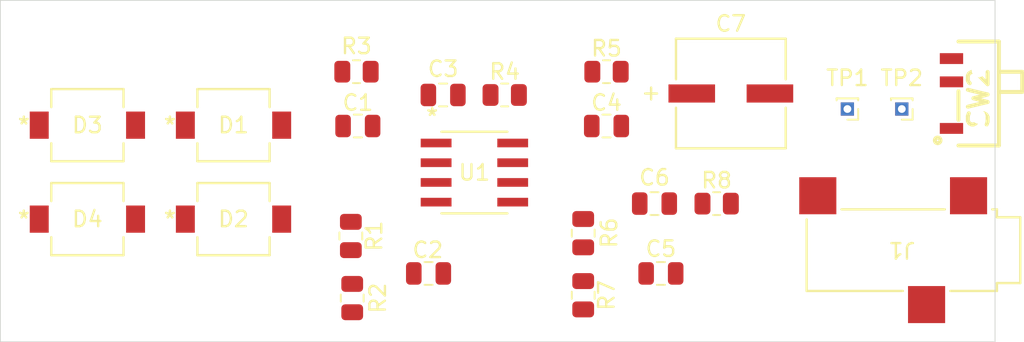
<source format=kicad_pcb>
(kicad_pcb (version 20241229) (generator "pcbnew") (generator_version "9.0")
  (layers (0 "F.Cu" signal) (2 "B.Cu" signal) (13 "F.Paste" user) (15 "B.Paste" user) (5 "F.SilkS" user "F.Silkscreen") (7 "B.SilkS" user "B.Silkscreen") (1 "F.Mask" user) (3 "B.Mask" user) (25 "Edge.Cuts" user))
  (net 0 "")
  (net 1 "Net-(U1--IN2)")
  (net 2 "/input_signal")
  (net 3 "GND")
  (net 4 "Net-(U1-+IN1)")
  (net 5 "Net-(C3-Pad2)")
  (net 6 "Net-(U1-OUT1)")
  (net 7 "Net-(U1-OUT2)")
  (net 8 "/output_signal")
  (net 9 "Net-(U1-+IN2)")
  (net 10 "VCC")
  (net 11 "Net-(SW2-A)")
  (footprint "footprints:LED_VBPW34S_VIS" (layer "F.Cu") (at 80 76.0404)
    (property "Reference" "D1" (at 0 0 0) (layer "F.SilkS"))
    (property "Value" "BPW34-SMD" (hide yes))
    (fp_line (start -2.3241 -2.3241) (end -2.3241 -1.165191) (stroke (width 0.1524)) (layer "F.SilkS"))
    (fp_line (start -2.3241 1.165191) (end -2.3241 2.3241) (stroke (width 0.1524)) (layer "F.SilkS"))
    (fp_line (start -2.3241 2.3241) (end 2.3241 2.3241) (stroke (width 0.1524)) (layer "F.SilkS"))
    (fp_line (start 2.3241 -2.3241) (end -2.3241 -2.3241) (stroke (width 0.1524)) (layer "F.SilkS"))
    (fp_line (start 2.3241 -1.165191) (end 2.3241 -2.3241) (stroke (width 0.1524)) (layer "F.SilkS"))
    (fp_line (start 2.3241 2.3241) (end 2.3241 1.165191) (stroke (width 0.1524)) (layer "F.SilkS"))
    (fp_text user "*" (at -4.0894 0 0) (layer "F.SilkS"))
    (fp_text user "*" (at -4.0894 0 0) (layer "F.SilkS"))
    (pad "1" smd rect (at -3.0988 0) (size 1.2192 1.7526) (layers "F.Cu" "F.Mask" "F.Paste") (net 2 "/input_signal"))
    (pad "2" smd rect (at 3.0988 0) (size 1.2192 1.7526) (layers "F.Cu" "F.Mask" "F.Paste") (net 3 "GND"))
  )
  (footprint "footprints:R_8_ADI" (layer "F.Cu") (at 95.5 79.095)
    (property "Reference" "U1" (at 0 0 0) (layer "F.SilkS"))
    (property "Value" "AD8092ARZ-REEL7" (hide yes))
    (fp_line (start -2.1209 2.6289) (end 2.1209 2.6289) (stroke (width 0.1524)) (layer "F.SilkS"))
    (fp_line (start 2.1209 -2.6289) (end -2.1209 -2.6289) (stroke (width 0.1524)) (layer "F.SilkS"))
    (fp_text user "*" (at -2.7178 -3.6068 0) (layer "F.SilkS"))
    (fp_text user "*" (at -2.7178 -3.6068 0) (layer "F.SilkS"))
    (pad "1" smd rect (at -2.4638 -1.905) (size 1.9812 0.5588) (layers "F.Cu" "F.Mask" "F.Paste") (net 6 "Net-(U1-OUT1)"))
    (pad "2" smd rect (at -2.4638 -0.635) (size 1.9812 0.5588) (layers "F.Cu" "F.Mask" "F.Paste") (net 2 "/input_signal"))
    (pad "3" smd rect (at -2.4638 0.635) (size 1.9812 0.5588) (layers "F.Cu" "F.Mask" "F.Paste") (net 4 "Net-(U1-+IN1)"))
    (pad "4" smd rect (at -2.4638 1.905) (size 1.9812 0.5588) (layers "F.Cu" "F.Mask" "F.Paste") (net 3 "GND"))
    (pad "5" smd rect (at 2.4638 1.905) (size 1.9812 0.5588) (layers "F.Cu" "F.Mask" "F.Paste") (net 9 "Net-(U1-+IN2)"))
    (pad "6" smd rect (at 2.4638 0.635) (size 1.9812 0.5588) (layers "F.Cu" "F.Mask" "F.Paste") (net 1 "Net-(U1--IN2)"))
    (pad "7" smd rect (at 2.4638 -0.635) (size 1.9812 0.5588) (layers "F.Cu" "F.Mask" "F.Paste") (net 7 "Net-(U1-OUT2)"))
    (pad "8" smd rect (at 2.4638 -1.905) (size 1.9812 0.5588) (layers "F.Cu" "F.Mask" "F.Paste") (net 10 "VCC"))
  )
  (footprint "Resistor_SMD:R_0805_2012Metric" (layer "F.Cu") (at 87.6375 87.1825 -90)
    (property "Reference" "R2" (at 0 -1.65 90) (layer "F.SilkS"))
    (property "Value" "15k" (hide yes))
    (fp_line (start -0.227064 0.735) (end 0.227064 0.735) (stroke (width 0.12)) (layer "F.SilkS"))
    (fp_line (start -0.227064 -0.735) (end 0.227064 -0.735) (stroke (width 0.12)) (layer "F.SilkS"))
    (pad "1" smd roundrect (at -0.9125 0 270) (size 1.025 1.4) (layers "F.Cu" "F.Mask" "F.Paste") (roundrect_rratio 0.243902) (net 4 "Net-(U1-+IN1)"))
    (pad "2" smd roundrect (at 0.9125 0 270) (size 1.025 1.4) (layers "F.Cu" "F.Mask" "F.Paste") (roundrect_rratio 0.243902) (net 3 "GND"))
  )
  (footprint "footprints:CONN_SJ-2523-SMT-TR_CUD" (layer "F.Cu") (at 123 84.095 180)
    (property "Reference" "J1" (at 0 0 180) (layer "F.SilkS"))
    (property "Value" "Conn_01x02" (hide yes))
    (fp_line (start 6.1214 -2.6289) (end 6.1214 1.979663) (stroke (width 0.1524)) (layer "F.SilkS"))
    (fp_line (start 3.879069 2.6289) (end -2.767854 2.6289) (stroke (width 0.1524)) (layer "F.SilkS"))
    (fp_line (start -0.06786 -2.6289) (end 6.1214 -2.6289) (stroke (width 0.1524)) (layer "F.SilkS"))
    (fp_line (start -5.820934 2.6289) (end -6.1214 2.6289) (stroke (width 0.1524)) (layer "F.SilkS"))
    (fp_line (start -6.1214 2.6289) (end -6.1214 2.1209) (stroke (width 0.1524)) (layer "F.SilkS"))
    (fp_line (start -6.1214 2.1209) (end -7.62 2.1209) (stroke (width 0.1524)) (layer "F.SilkS"))
    (fp_line (start -6.1214 -2.1209) (end -6.1214 -2.6289) (stroke (width 0.1524)) (layer "F.SilkS"))
    (fp_line (start -6.1214 -2.6289) (end -3.12094 -2.6289) (stroke (width 0.1524)) (layer "F.SilkS"))
    (fp_line (start -7.62 2.1209) (end -7.62 -2.1209) (stroke (width 0.1524)) (layer "F.SilkS"))
    (fp_line (start -7.62 -2.1209) (end -6.1214 -2.1209) (stroke (width 0.1524)) (layer "F.SilkS"))
    (pad "" np_thru_hole circle (at -2.994401 0 180) (size 0.9906 0.9906) (drill 0.9906) (layers "*.Cu" "*.Mask"))
    (pad "" np_thru_hole circle (at 3.0056 0 180) (size 0.9906 0.9906) (drill 0.9906) (layers "*.Cu" "*.Mask"))
    (pad "1" smd rect (at -4.294394 3.506203 180) (size 2.3876 2.3876) (layers "F.Cu" "F.Mask" "F.Paste") (net 8 "/output_signal"))
    (pad "2" smd rect (at 5.405609 3.506203 180) (size 2.3876 2.3876) (layers "F.Cu" "F.Mask" "F.Paste") (net 3 "GND"))
    (pad "3" smd rect (at -1.5944 -3.506191 180) (size 2.3876 2.3876) (layers "F.Cu" "F.Mask" "F.Paste"))
  )
  (footprint "Resistor_SMD:R_0805_2012Metric" (layer "F.Cu") (at 102.5 83 -90)
    (property "Reference" "R6" (at -0.02 -1.67 90) (layer "F.SilkS"))
    (property "Value" "10k" (hide yes))
    (fp_line (start -0.227064 0.735) (end 0.227064 0.735) (stroke (width 0.12)) (layer "F.SilkS"))
    (fp_line (start -0.227064 -0.735) (end 0.227064 -0.735) (stroke (width 0.12)) (layer "F.SilkS"))
    (pad "1" smd roundrect (at -0.9125 0 270) (size 1.025 1.4) (layers "F.Cu" "F.Mask" "F.Paste") (roundrect_rratio 0.243902) (net 10 "VCC"))
    (pad "2" smd roundrect (at 0.9125 0 270) (size 1.025 1.4) (layers "F.Cu" "F.Mask" "F.Paste") (roundrect_rratio 0.243902) (net 9 "Net-(U1-+IN2)"))
  )
  (footprint "footprints:PCAP_EEHZ_D_PAN" (layer "F.Cu") (at 112 74)
    (property "Reference" "C7" (at 0 -4.5 0) (layer "F.SilkS"))
    (property "Value" "47mikro" (hide yes))
    (fp_line (start -5.1308 -0.381) (end -5.1308 0.381) (stroke (width 0.1524)) (layer "F.SilkS"))
    (fp_line (start -4.7498 0) (end -5.5118 0) (stroke (width 0.1524)) (layer "F.SilkS"))
    (fp_line (start -3.5306 -3.5306) (end -3.5306 -0.91694) (stroke (width 0.1524)) (layer "F.SilkS"))
    (fp_line (start -3.5306 0.91694) (end -3.5306 3.5306) (stroke (width 0.1524)) (layer "F.SilkS"))
    (fp_line (start -3.5306 3.5306) (end 3.5306 3.5306) (stroke (width 0.1524)) (layer "F.SilkS"))
    (fp_line (start 3.5306 -3.5306) (end -3.5306 -3.5306) (stroke (width 0.1524)) (layer "F.SilkS"))
    (fp_line (start 3.5306 -0.91694) (end 3.5306 -3.5306) (stroke (width 0.1524)) (layer "F.SilkS"))
    (fp_line (start 3.5306 3.5306) (end 3.5306 0.91694) (stroke (width 0.1524)) (layer "F.SilkS"))
    (pad "1" smd rect (at -2.5146 0) (size 2.9972 1.1684) (layers "F.Cu" "F.Mask" "F.Paste") (net 10 "VCC"))
    (pad "2" smd rect (at 2.5146 0) (size 2.9972 1.1684) (layers "F.Cu" "F.Mask" "F.Paste") (net 10 "VCC"))
  )
  (footprint "Capacitor_SMD:C_0805_2012Metric" (layer "F.Cu") (at 107.5 85.595 180)
    (property "Reference" "C5" (at 0 1.5875 0) (layer "F.SilkS"))
    (property "Value" "100n" (hide yes))
    (fp_line (start -0.261252 0.735) (end 0.261252 0.735) (stroke (width 0.12)) (layer "F.SilkS"))
    (fp_line (start -0.261252 -0.735) (end 0.261252 -0.735) (stroke (width 0.12)) (layer "F.SilkS"))
    (pad "1" smd roundrect (at -0.95 0 180) (size 1 1.45) (layers "F.Cu" "F.Mask" "F.Paste") (net 3 "GND"))
    (pad "2" smd roundrect (at 0.95 0 180) (size 1 1.45) (layers "F.Cu" "F.Mask" "F.Paste") (net 9 "Net-(U1-+IN2)"))
  )
  (footprint "Capacitor_SMD:C_0805_2012Metric" (layer "F.Cu") (at 88 76.095)
    (property "Reference" "C1" (at 0 -1.5 0) (layer "F.SilkS"))
    (property "Value" "5p" (hide yes))
    (fp_line (start -0.261252 -0.735) (end 0.261252 -0.735) (stroke (width 0.12)) (layer "F.SilkS"))
    (fp_line (start -0.261252 0.735) (end 0.261252 0.735) (stroke (width 0.12)) (layer "F.SilkS"))
    (pad "1" smd roundrect (at -0.95 0) (size 1 1.45) (layers "F.Cu" "F.Mask" "F.Paste") (net 2 "/input_signal"))
    (pad "2" smd roundrect (at 0.95 0) (size 1 1.45) (layers "F.Cu" "F.Mask" "F.Paste") (net 6 "Net-(U1-OUT1)"))
  )
  (footprint "footprints:LED_VBPW34S_VIS" (layer "F.Cu") (at 70.5988 82.095)
    (property "Reference" "D4" (at 0 0 0) (layer "F.SilkS"))
    (property "Value" "BPW34-SMD" (hide yes))
    (fp_line (start -2.3241 -2.3241) (end -2.3241 -1.165191) (stroke (width 0.1524)) (layer "F.SilkS"))
    (fp_line (start -2.3241 1.165191) (end -2.3241 2.3241) (stroke (width 0.1524)) (layer "F.SilkS"))
    (fp_line (start -2.3241 2.3241) (end 2.3241 2.3241) (stroke (width 0.1524)) (layer "F.SilkS"))
    (fp_line (start 2.3241 -2.3241) (end -2.3241 -2.3241) (stroke (width 0.1524)) (layer "F.SilkS"))
    (fp_line (start 2.3241 -1.165191) (end 2.3241 -2.3241) (stroke (width 0.1524)) (layer "F.SilkS"))
    (fp_line (start 2.3241 2.3241) (end 2.3241 1.165191) (stroke (width 0.1524)) (layer "F.SilkS"))
    (fp_text user "*" (at -4.0894 0 0) (layer "F.SilkS"))
    (fp_text user "*" (at -4.0894 0 0) (layer "F.SilkS"))
    (pad "1" smd rect (at -3.0988 0) (size 1.2192 1.7526) (layers "F.Cu" "F.Mask" "F.Paste") (net 2 "/input_signal"))
    (pad "2" smd rect (at 3.0988 0) (size 1.2192 1.7526) (layers "F.Cu" "F.Mask" "F.Paste") (net 3 "GND"))
  )
  (footprint "Capacitor_SMD:C_0805_2012Metric" (layer "F.Cu") (at 92.55 85.595)
    (property "Reference" "C2" (at -0.05 -1.51 0) (layer "F.SilkS"))
    (property "Value" "100n" (hide yes))
    (fp_line (start -0.261252 -0.735) (end 0.261252 -0.735) (stroke (width 0.12)) (layer "F.SilkS"))
    (fp_line (start -0.261252 0.735) (end 0.261252 0.735) (stroke (width 0.12)) (layer "F.SilkS"))
    (pad "1" smd roundrect (at -0.95 0) (size 1 1.45) (layers "F.Cu" "F.Mask" "F.Paste") (net 4 "Net-(U1-+IN1)"))
    (pad "2" smd roundrect (at 0.95 0) (size 1 1.45) (layers "F.Cu" "F.Mask" "F.Paste") (net 3 "GND"))
  )
  (footprint "footprints:SSSS810701" (layer "F.Cu") (at 126.196335 73.25 90)
    (property "Reference" "SW2" (at -1.05567 1.75 90) (layer "F.SilkS") (effects (font (size 1.27 1.27) (thickness 0.254))))
    (property "Value" "SW_SPST" (hide yes))
    (fp_line (start 2.6 0.45) (end 2.6 3.05) (stroke (width 0.254)) (layer "F.SilkS"))
    (fp_line (start -2.45367 0.45) (end -0.60467 0.45) (stroke (width 0.254)) (layer "F.SilkS"))
    (fp_line (start 2.6 3.05) (end -4.1 3.05) (stroke (width 0.254)) (layer "F.SilkS"))
    (fp_line (start -0.65 3.05) (end -0.65 4.55) (stroke (width 0.254)) (layer "F.SilkS"))
    (fp_line (start -4.1 3.05) (end -4.1 0.45) (stroke (width 0.254)) (layer "F.SilkS"))
    (fp_line (start 0.65 4.55) (end 0.65 3.05) (stroke (width 0.254)) (layer "F.SilkS"))
    (fp_line (start -0.65 4.55) (end 0.65 4.55) (stroke (width 0.254)) (layer "F.SilkS"))
    (fp_circle (center -3.77033 -0.88867) (end -3.77033 -0.83467) (stroke (width 0.254)) (fill no) (layer "F.SilkS"))
    (pad "" np_thru_hole circle (at -2.25 1.75 90) (size 0.9 0.9) (drill 0.9) (layers "*.Cu" "*.Mask"))
    (pad "" np_thru_hole circle (at 0.75 1.75 90) (size 0.9 0.9) (drill 0.9) (layers "*.Cu" "*.Mask"))
    (pad "1" smd rect (at -3 0 90) (size 0.7 1.5) (layers "F.Cu" "F.Mask" "F.Paste") (net 11 "Net-(SW2-A)"))
    (pad "2" smd rect (at 0 0 90) (size 0.7 1.5) (layers "F.Cu" "F.Mask" "F.Paste") (net 10 "VCC"))
    (pad "3" smd rect (at 1.5 0 90) (size 0.7 1.5) (layers "F.Cu" "F.Mask" "F.Paste"))
  )
  (footprint "Resistor_SMD:R_0805_2012Metric" (layer "F.Cu") (at 111.0875 81.095)
    (property "Reference" "R8" (at 0 -1.5 0) (layer "F.SilkS"))
    (property "Value" "2.2k" (hide yes))
    (fp_line (start -0.227064 -0.735) (end 0.227064 -0.735) (stroke (width 0.12)) (layer "F.SilkS"))
    (fp_line (start -0.227064 0.735) (end 0.227064 0.735) (stroke (width 0.12)) (layer "F.SilkS"))
    (pad "1" smd roundrect (at -0.9125 0) (size 1.025 1.4) (layers "F.Cu" "F.Mask" "F.Paste") (roundrect_rratio 0.243902) (net 8 "/output_signal"))
    (pad "2" smd roundrect (at 0.9125 0) (size 1.025 1.4) (layers "F.Cu" "F.Mask" "F.Paste") (roundrect_rratio 0.243902) (net 3 "GND"))
  )
  (footprint "Connector_PinHeader_1.00mm:PinHeader_1x01_P1.00mm_Vertical" (layer "F.Cu") (at 119.5 75 180)
    (property "Reference" "TP1" (at 0 2 0) (layer "F.SilkS"))
    (property "Value" "-" (hide yes))
    (fp_line (start 0.695 0.685) (end 0.695 0.56) (stroke (width 0.12)) (layer "F.SilkS"))
    (fp_line (start 0.608276 0.685) (end 0.695 0.685) (stroke (width 0.12)) (layer "F.SilkS"))
    (fp_line (start -0.695 0.685) (end 0.695 0.685) (stroke (width 0.12)) (layer "F.SilkS"))
    (fp_line (start -0.695 0.685) (end -0.608276 0.685) (stroke (width 0.12)) (layer "F.SilkS"))
    (fp_line (start -0.695 0.685) (end -0.695 0.56) (stroke (width 0.12)) (layer "F.SilkS"))
    (fp_line (start -0.695 0) (end -0.695 -0.685) (stroke (width 0.12)) (layer "F.SilkS"))
    (fp_line (start -0.695 -0.685) (end 0 -0.685) (stroke (width 0.12)) (layer "F.SilkS"))
    (pad "1" thru_hole rect (at 0 0 180) (size 0.85 0.85) (drill 0.5) (layers "*.Cu" "*.Mask") (net 3 "GND"))
  )
  (footprint "Connector_PinHeader_1.00mm:PinHeader_1x01_P1.00mm_Vertical" (layer "F.Cu") (at 123 75 180)
    (property "Reference" "TP2" (at 0 2 0) (layer "F.SilkS"))
    (property "Value" "+" (hide yes))
    (fp_line (start 0.695 0.685) (end 0.695 0.56) (stroke (width 0.12)) (layer "F.SilkS"))
    (fp_line (start 0.608276 0.685) (end 0.695 0.685) (stroke (width 0.12)) (layer "F.SilkS"))
    (fp_line (start -0.695 0.685) (end 0.695 0.685) (stroke (width 0.12)) (layer "F.SilkS"))
    (fp_line (start -0.695 0.685) (end -0.608276 0.685) (stroke (width 0.12)) (layer "F.SilkS"))
    (fp_line (start -0.695 0.685) (end -0.695 0.56) (stroke (width 0.12)) (layer "F.SilkS"))
    (fp_line (start -0.695 0) (end -0.695 -0.685) (stroke (width 0.12)) (layer "F.SilkS"))
    (fp_line (start -0.695 -0.685) (end 0 -0.685) (stroke (width 0.12)) (layer "F.SilkS"))
    (pad "1" thru_hole rect (at 0 0 180) (size 0.85 0.85) (drill 0.5) (layers "*.Cu" "*.Mask") (net 11 "Net-(SW2-A)"))
  )
  (footprint "footprints:LED_VBPW34S_VIS" (layer "F.Cu") (at 80 82.095)
    (property "Reference" "D2" (at 0 0 0) (layer "F.SilkS"))
    (property "Value" "BPW34-SMD" (hide yes))
    (fp_line (start -2.3241 -2.3241) (end -2.3241 -1.165191) (stroke (width 0.1524)) (layer "F.SilkS"))
    (fp_line (start -2.3241 1.165191) (end -2.3241 2.3241) (stroke (width 0.1524)) (layer "F.SilkS"))
    (fp_line (start -2.3241 2.3241) (end 2.3241 2.3241) (stroke (width 0.1524)) (layer "F.SilkS"))
    (fp_line (start 2.3241 -2.3241) (end -2.3241 -2.3241) (stroke (width 0.1524)) (layer "F.SilkS"))
    (fp_line (start 2.3241 -1.165191) (end 2.3241 -2.3241) (stroke (width 0.1524)) (layer "F.SilkS"))
    (fp_line (start 2.3241 2.3241) (end 2.3241 1.165191) (stroke (width 0.1524)) (layer "F.SilkS"))
    (fp_text user "*" (at -4.0894 0 0) (layer "F.SilkS"))
    (fp_text user "*" (at -4.0894 0 0) (layer "F.SilkS"))
    (pad "1" smd rect (at -3.0988 0) (size 1.2192 1.7526) (layers "F.Cu" "F.Mask" "F.Paste") (net 2 "/input_signal"))
    (pad "2" smd rect (at 3.0988 0) (size 1.2192 1.7526) (layers "F.Cu" "F.Mask" "F.Paste") (net 3 "GND"))
  )
  (footprint "Resistor_SMD:R_0805_2012Metric" (layer "F.Cu") (at 87.9125 72.595)
    (property "Reference" "R3" (at 0 -1.65 0) (layer "F.SilkS"))
    (property "Value" "100Mega" (hide yes))
    (fp_line (start -0.227064 -0.735) (end 0.227064 -0.735) (stroke (width 0.12)) (layer "F.SilkS"))
    (fp_line (start -0.227064 0.735) (end 0.227064 0.735) (stroke (width 0.12)) (layer "F.SilkS"))
    (pad "1" smd roundrect (at -0.9125 0) (size 1.025 1.4) (layers "F.Cu" "F.Mask" "F.Paste") (roundrect_rratio 0.243902) (net 2 "/input_signal"))
    (pad "2" smd roundrect (at 0.9125 0) (size 1.025 1.4) (layers "F.Cu" "F.Mask" "F.Paste") (roundrect_rratio 0.243902) (net 6 "Net-(U1-OUT1)"))
  )
  (footprint "Resistor_SMD:R_0805_2012Metric" (layer "F.Cu") (at 102.5 87 -90)
    (property "Reference" "R7" (at 0 -1.5 90) (layer "F.SilkS"))
    (property "Value" "10k" (hide yes))
    (fp_line (start -0.227064 0.735) (end 0.227064 0.735) (stroke (width 0.12)) (layer "F.SilkS"))
    (fp_line (start -0.227064 -0.735) (end 0.227064 -0.735) (stroke (width 0.12)) (layer "F.SilkS"))
    (pad "1" smd roundrect (at -0.9125 0 270) (size 1.025 1.4) (layers "F.Cu" "F.Mask" "F.Paste") (roundrect_rratio 0.243902) (net 9 "Net-(U1-+IN2)"))
    (pad "2" smd roundrect (at 0.9125 0 270) (size 1.025 1.4) (layers "F.Cu" "F.Mask" "F.Paste") (roundrect_rratio 0.243902) (net 3 "GND"))
  )
  (footprint "footprints:LED_VBPW34S_VIS" (layer "F.Cu") (at 70.5988 76.0404)
    (property "Reference" "D3" (at 0 0 0) (layer "F.SilkS"))
    (property "Value" "BPW34-SMD" (hide yes))
    (fp_line (start -2.3241 -2.3241) (end -2.3241 -1.165191) (stroke (width 0.1524)) (layer "F.SilkS"))
    (fp_line (start -2.3241 1.165191) (end -2.3241 2.3241) (stroke (width 0.1524)) (layer "F.SilkS"))
    (fp_line (start -2.3241 2.3241) (end 2.3241 2.3241) (stroke (width 0.1524)) (layer "F.SilkS"))
    (fp_line (start 2.3241 -2.3241) (end -2.3241 -2.3241) (stroke (width 0.1524)) (layer "F.SilkS"))
    (fp_line (start 2.3241 -1.165191) (end 2.3241 -2.3241) (stroke (width 0.1524)) (layer "F.SilkS"))
    (fp_line (start 2.3241 2.3241) (end 2.3241 1.165191) (stroke (width 0.1524)) (layer "F.SilkS"))
    (fp_text user "*" (at -4.0894 0 0) (layer "F.SilkS"))
    (fp_text user "*" (at -4.0894 0 0) (layer "F.SilkS"))
    (pad "1" smd rect (at -3.0988 0) (size 1.2192 1.7526) (layers "F.Cu" "F.Mask" "F.Paste") (net 2 "/input_signal"))
    (pad "2" smd rect (at 3.0988 0) (size 1.2192 1.7526) (layers "F.Cu" "F.Mask" "F.Paste") (net 3 "GND"))
  )
  (footprint "Capacitor_SMD:C_0805_2012Metric" (layer "F.Cu") (at 93.4875 74.095)
    (property "Reference" "C3" (at 0 -1.68 0) (layer "F.SilkS"))
    (property "Value" "100n" (hide yes))
    (fp_line (start -0.261252 -0.735) (end 0.261252 -0.735) (stroke (width 0.12)) (layer "F.SilkS"))
    (fp_line (start -0.261252 0.735) (end 0.261252 0.735) (stroke (width 0.12)) (layer "F.SilkS"))
    (pad "1" smd roundrect (at -0.95 0) (size 1 1.45) (layers "F.Cu" "F.Mask" "F.Paste") (net 6 "Net-(U1-OUT1)"))
    (pad "2" smd roundrect (at 0.95 0) (size 1 1.45) (layers "F.Cu" "F.Mask" "F.Paste") (net 5 "Net-(C3-Pad2)"))
  )
  (footprint "Resistor_SMD:R_0805_2012Metric" (layer "F.Cu") (at 97.45 74.095 180)
    (property "Reference" "R4" (at 0 1.5 0) (layer "F.SilkS"))
    (property "Value" "1k" (hide yes))
    (fp_line (start -0.227064 0.735) (end 0.227064 0.735) (stroke (width 0.12)) (layer "F.SilkS"))
    (fp_line (start -0.227064 -0.735) (end 0.227064 -0.735) (stroke (width 0.12)) (layer "F.SilkS"))
    (pad "1" smd roundrect (at -0.9125 0 180) (size 1.025 1.4) (layers "F.Cu" "F.Mask" "F.Paste") (roundrect_rratio 0.243902) (net 5 "Net-(C3-Pad2)"))
    (pad "2" smd roundrect (at 0.9125 0 180) (size 1.025 1.4) (layers "F.Cu" "F.Mask" "F.Paste") (roundrect_rratio 0.243902) (net 1 "Net-(U1--IN2)"))
  )
  (footprint "Capacitor_SMD:C_0805_2012Metric" (layer "F.Cu") (at 104 76.095 180)
    (property "Reference" "C4" (at 0 1.5 0) (layer "F.SilkS"))
    (property "Value" "10p" (hide yes))
    (fp_line (start -0.261252 0.735) (end 0.261252 0.735) (stroke (width 0.12)) (layer "F.SilkS"))
    (fp_line (start -0.261252 -0.735) (end 0.261252 -0.735) (stroke (width 0.12)) (layer "F.SilkS"))
    (pad "1" smd roundrect (at -0.95 0 180) (size 1 1.45) (layers "F.Cu" "F.Mask" "F.Paste") (net 1 "Net-(U1--IN2)"))
    (pad "2" smd roundrect (at 0.95 0 180) (size 1 1.45) (layers "F.Cu" "F.Mask" "F.Paste") (net 7 "Net-(U1-OUT2)"))
  )
  (footprint "Resistor_SMD:R_0805_2012Metric" (layer "F.Cu") (at 104 72.595 180)
    (property "Reference" "R5" (at 0 1.5 0) (layer "F.SilkS"))
    (property "Value" "100k" (hide yes))
    (fp_line (start -0.227064 0.735) (end 0.227064 0.735) (stroke (width 0.12)) (layer "F.SilkS"))
    (fp_line (start -0.227064 -0.735) (end 0.227064 -0.735) (stroke (width 0.12)) (layer "F.SilkS"))
    (pad "1" smd roundrect (at -0.9125 0 180) (size 1.025 1.4) (layers "F.Cu" "F.Mask" "F.Paste") (roundrect_rratio 0.243902) (net 1 "Net-(U1--IN2)"))
    (pad "2" smd roundrect (at 0.9125 0 180) (size 1.025 1.4) (layers "F.Cu" "F.Mask" "F.Paste") (roundrect_rratio 0.243902) (net 7 "Net-(U1-OUT2)"))
  )
  (footprint "Resistor_SMD:R_0805_2012Metric" (layer "F.Cu") (at 87.55 83.1825 -90)
    (property "Reference" "R1" (at 0 -1.5 90) (layer "F.SilkS"))
    (property "Value" "4.7k" (hide yes))
    (fp_line (start -0.227064 0.735) (end 0.227064 0.735) (stroke (width 0.12)) (layer "F.SilkS"))
    (fp_line (start -0.227064 -0.735) (end 0.227064 -0.735) (stroke (width 0.12)) (layer "F.SilkS"))
    (pad "1" smd roundrect (at -0.9125 0 270) (size 1.025 1.4) (layers "F.Cu" "F.Mask" "F.Paste") (roundrect_rratio 0.243902) (net 10 "VCC"))
    (pad "2" smd roundrect (at 0.9125 0 270) (size 1.025 1.4) (layers "F.Cu" "F.Mask" "F.Paste") (roundrect_rratio 0.243902) (net 4 "Net-(U1-+IN1)"))
  )
  (footprint "Capacitor_SMD:C_0805_2012Metric" (layer "F.Cu") (at 107.0875 81.095)
    (property "Reference" "C6" (at 0 -1.68 0) (layer "F.SilkS"))
    (property "Value" "100n" (hide yes))
    (fp_line (start -0.261252 -0.735) (end 0.261252 -0.735) (stroke (width 0.12)) (layer "F.SilkS"))
    (fp_line (start -0.261252 0.735) (end 0.261252 0.735) (stroke (width 0.12)) (layer "F.SilkS"))
    (pad "1" smd roundrect (at -0.95 0) (size 1 1.45) (layers "F.Cu" "F.Mask" "F.Paste") (net 7 "Net-(U1-OUT2)"))
    (pad "2" smd roundrect (at 0.95 0) (size 1 1.45) (layers "F.Cu" "F.Mask" "F.Paste") (net 8 "/output_signal"))
  )
  (gr_line (start 129 68) (end 129 90) (stroke (width 0.05)) (layer "Edge.Cuts"))
  (gr_line (start 65 90) (end 65 68) (stroke (width 0.05)) (layer "Edge.Cuts"))
  (gr_line (start 65 68) (end 129 68) (stroke (width 0.05)) (layer "Edge.Cuts"))
  (gr_line (start 129 90) (end 65 90) (stroke (width 0.05)) (layer "Edge.Cuts"))
)
</source>
